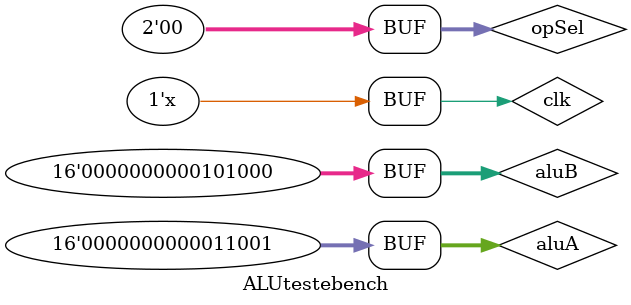
<source format=v>



module ALUold (clk, aluA, aluB, opSel, aluOut, zeroFlag,carryFlag);
 input wire clk;
 input wire [15:0] aluA;       //1st input of alu
 input wire [15:0] aluB;		//2nd input	
 input wire [1:0] opSel;      //add, nand, subtract
 output reg [15:0] aluOut;    //result
 output reg zeroFlag;
 output reg carryFlag;
 
 parameter none = 2'b00;
 parameter add = 2'b01;
 parameter compare = 2'b10;
 parameter nandop = 2'b11;
 integer i;
 reg cin;
 reg cout;
 always@(*)
 begin
   cin = carryFlag;
	case(opSel)
	add:
		 begin	
			for (i=0;i<16;i=i+1)
				begin
				 aluOut[i] = aluA[i]^aluB[i]^cin;
				 cout = (aluA[i] & aluB[i])|(aluB[i]&cin)|(aluA[i]&cin);
				 cin  = cout;
				end
			carryFlag = cout;
		end
	compare:
		begin
			if(aluA==aluB) zeroFlag = 1;
			else zeroFlag = 0;
		end
	nandop:
	   begin
			aluOut = ~(aluA & aluB);
		end
   none:
	   begin
		end
	endcase
end
endmodule

module ALUtestebench();
 reg clk;
 reg [15:0] aluA;       //1st input of alu
 reg [15:0] aluB;		//2nd input	
 reg[1:0] opSel;      //add, nand, subtract
 wire [15:0] aluOut;    //result
 wire zeroFlag;
 wire carryFlag;
 
 ALUold alu1(clk, aluA, aluB, opSel, aluOut, zeroFlag,carryFlag);
 
 initial begin
 clk = 1;

 #6 aluA = 25;
    aluB = 40;
	 opSel = 2'b01;
	 
#2 aluA = 25;
    aluB = 40;
	 opSel = 2'b10;
	 
#2 aluA = 25;
    aluB = 40;
	 opSel = 2'b11;
	 
#2 aluA = 25;
    aluB = 40;
	 opSel = 2'b00;
 end
 
 always @(*)
  begin
    clk <= #1 ~clk;
  end
 

 

endmodule



</source>
